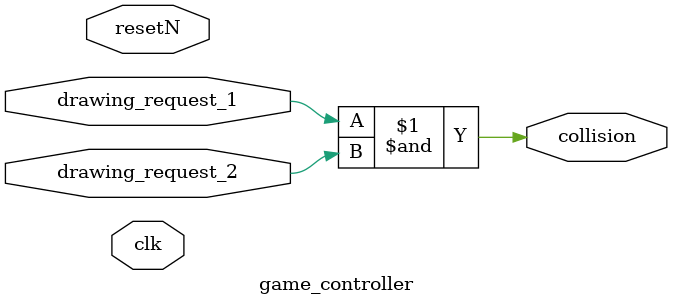
<source format=sv>



module game_controller	(	
					input		logic	clk,
					input		logic	resetN,
					input 	logic	drawing_request_1, 
					input 	logic	drawing_request_2, 
					
					output	logic	collision
);


assign collision = drawing_request_1 & drawing_request_2;


endmodule
</source>
